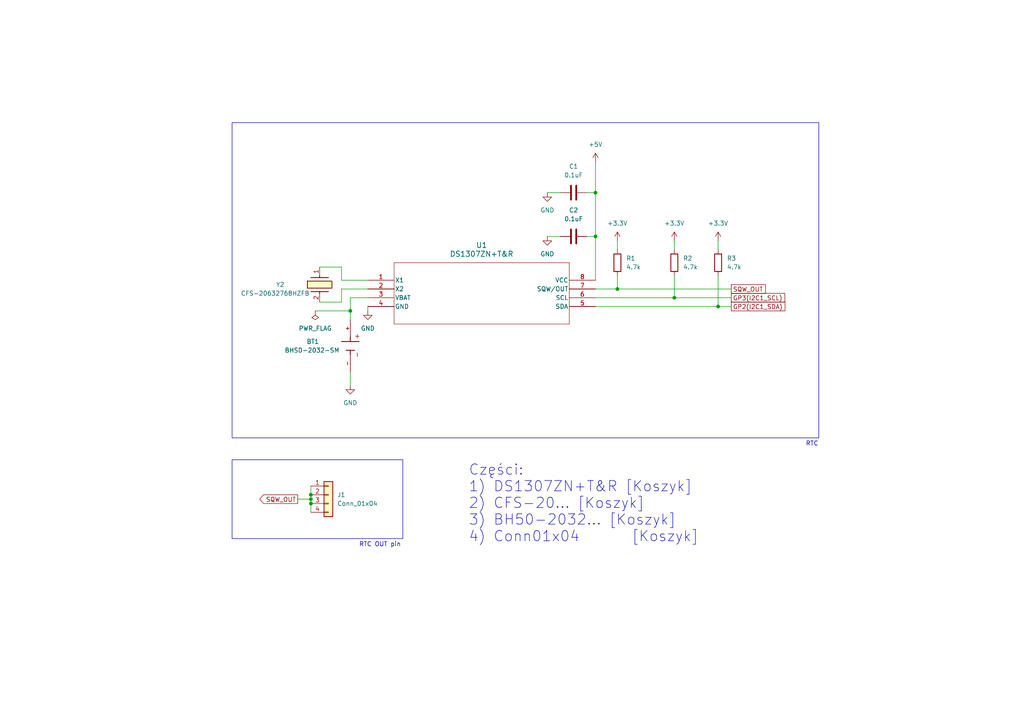
<source format=kicad_sch>
(kicad_sch (version 20230121) (generator eeschema)
  (paper "A4")
  (lib_symbols
    (symbol "BHSD-2032-SM:BHSD-2032-SM" (pin_names (offset 1.016))
      (property "Reference" "BT" (at -6.3614 3.8138 0))
      (property "Value" "BHSD-2032-SM" (at -6.3618 -6.3579 0))
      (symbol "BHSD-2032-SM_0_0"
        (polyline (pts (xy -3.302 2.032) (xy -2.286 2.032)) (stroke (width 0.1524)))
        (polyline (pts (xy -2.794 2.54) (xy -2.794 1.524)) (stroke (width 0.1524)))
        (polyline (pts (xy -2.54 0) (xy -1.27 0)) (stroke (width 0.254)))
        (polyline (pts (xy -1.27 0) (xy -1.27 -2.54)) (stroke (width 0.254)))
        (polyline (pts (xy -1.27 2.54) (xy -1.27 0)) (stroke (width 0.254)))
        (polyline (pts (xy 1.27 0) (xy 1.27 -1.27)) (stroke (width 0.254)))
        (polyline (pts (xy 1.27 0) (xy 2.54 0)) (stroke (width 0.254)))
        (polyline (pts (xy 1.27 1.27) (xy 1.27 0)) (stroke (width 0.254)))
        (polyline (pts (xy 2.032 2.032) (xy 3.048 2.032)) (stroke (width 0.1524)))
        (pin passive line (at -7.62 0 0) (length 5.08) (name "~") (number "+"))
        (pin passive line (at 7.62 0 180) (length 5.08) (name "~") (number "-"))
      )
    )
    (symbol "CFS-20632768HZFB:CFS-20632768HZFB" (pin_names hide)
      (property "Reference" "Y" (at 8.89 6.35 0))
      (property "Value" "CFS-20632768HZFB" (at 8.89 3.81 0))
      (symbol "CFS-20632768HZFB_1_1"
        (polyline (pts (xy 3.048 0) (xy 2.54 0)) (stroke (width 0.254)))
        (polyline (pts (xy 3.048 2.54) (xy 3.048 -2.54)) (stroke (width 0.254)))
        (polyline (pts (xy 7.112 0) (xy 7.62 0)) (stroke (width 0.254)))
        (polyline (pts (xy 7.112 2.54) (xy 7.112 -2.54)) (stroke (width 0.254)))
        (rectangle (start 4.064 3.556) (end 6.096 -3.556) (stroke (width 0.254)) (fill (type background)))
        (pin passive line (at 10.16 0 180) (length 2.54) (name "") (number "1"))
        (pin passive line (at 0 0 0) (length 2.54) (name "CRYSTAL_2") (number "2"))
      )
    )
    (symbol "Connector_Generic:Conn_01x04" (pin_names (offset 1.016) hide)
      (property "Reference" "J" (at 0 5.08 0))
      (property "Value" "Conn_01x04" (at 0 -7.62 0))
      (symbol "Conn_01x04_1_1"
        (rectangle (start -1.27 -4.953) (end 0 -5.207) (stroke (width 0.1524)))
        (rectangle (start -1.27 -2.413) (end 0 -2.667) (stroke (width 0.1524)))
        (rectangle (start -1.27 0.127) (end 0 -0.127) (stroke (width 0.1524)))
        (rectangle (start -1.27 2.667) (end 0 2.413) (stroke (width 0.1524)))
        (rectangle (start -1.27 3.81) (end 1.27 -6.35) (stroke (width 0.254)) (fill (type background)))
        (pin passive line (at -5.08 2.54 0) (length 3.81) (name "Pin_1") (number "1"))
        (pin passive line (at -5.08 0 0) (length 3.81) (name "Pin_2") (number "2"))
        (pin passive line (at -5.08 -2.54 0) (length 3.81) (name "Pin_3") (number "3"))
        (pin passive line (at -5.08 -5.08 0) (length 3.81) (name "Pin_4") (number "4"))
      )
    )
    (symbol "DS1307ZN_T_R:DS1307ZN+T&R" (pin_names (offset 0.254))
      (property "Reference" "U" (at 33.02 10.16 0))
      (property "Value" "DS1307ZN+T&R" (at 33.02 7.62 0))
      (symbol "DS1307ZN+T&R_0_1"
        (polyline (pts (xy 7.62 -12.7) (xy 58.42 -12.7)) (stroke (width 0.127)))
        (polyline (pts (xy 7.62 5.08) (xy 7.62 -12.7)) (stroke (width 0.127)))
        (polyline (pts (xy 58.42 -12.7) (xy 58.42 5.08)) (stroke (width 0.127)))
        (polyline (pts (xy 58.42 5.08) (xy 7.62 5.08)) (stroke (width 0.127)))
        (pin unspecified line (at 0 0 0) (length 7.62) (name "X1") (number "1"))
        (pin unspecified line (at 0 -2.54 0) (length 7.62) (name "X2") (number "2"))
        (pin power_in line (at 0 -5.08 0) (length 7.62) (name "VBAT") (number "3"))
        (pin power_in line (at 0 -7.62 0) (length 7.62) (name "GND") (number "4"))
        (pin unspecified line (at 66.04 -7.62 180) (length 7.62) (name "SDA") (number "5"))
        (pin unspecified line (at 66.04 -5.08 180) (length 7.62) (name "SCL") (number "6"))
        (pin unspecified line (at 66.04 -2.54 180) (length 7.62) (name "SQW/OUT") (number "7"))
        (pin power_in line (at 66.04 0 180) (length 7.62) (name "VCC") (number "8"))
      )
    )
    (symbol "Device:C" (pin_numbers hide) (pin_names (offset 0.254))
      (property "Reference" "C" (at 0.635 2.54 0))
      (property "Value" "C" (at 0.635 -2.54 0))
      (symbol "C_0_1"
        (polyline (pts (xy -2.032 -0.762) (xy 2.032 -0.762)) (stroke (width 0.508)))
        (polyline (pts (xy -2.032 0.762) (xy 2.032 0.762)) (stroke (width 0.508)))
      )
      (symbol "C_1_1"
        (pin passive line (at 0 3.81 270) (length 2.794) (name "~") (number "1"))
        (pin passive line (at 0 -3.81 90) (length 2.794) (name "~") (number "2"))
      )
    )
    (symbol "Device:R" (pin_numbers hide) (pin_names (offset 0))
      (property "Reference" "R" (at 2.032 0 90))
      (property "Value" "R" (at 0 0 90))
      (symbol "R_0_1"
        (rectangle (start -1.016 -2.54) (end 1.016 2.54) (stroke (width 0.254)))
      )
      (symbol "R_1_1"
        (pin passive line (at 0 3.81 270) (length 1.27) (name "~") (number "1"))
        (pin passive line (at 0 -3.81 90) (length 1.27) (name "~") (number "2"))
      )
    )
    (symbol "power:+3.3V" (power) (pin_names (offset 0))
      (property "Value" "+3.3V" (at 0 3.556 0))
      (symbol "+3.3V_0_1"
        (polyline (pts (xy -0.762 1.27) (xy 0 2.54)))
        (polyline (pts (xy 0 0) (xy 0 2.54)))
        (polyline (pts (xy 0 2.54) (xy 0.762 1.27)))
      )
      (symbol "+3.3V_1_1"
        (pin power_in line (at 0 0 90) (length 0) hide (name "+3.3V") (number "1"))
      )
    )
    (symbol "power:+5V" (power) (pin_names (offset 0))
      (property "Value" "+5V" (at 0 3.556 0))
      (symbol "+5V_0_1"
        (polyline (pts (xy -0.762 1.27) (xy 0 2.54)))
        (polyline (pts (xy 0 0) (xy 0 2.54)))
        (polyline (pts (xy 0 2.54) (xy 0.762 1.27)))
      )
      (symbol "+5V_1_1"
        (pin power_in line (at 0 0 90) (length 0) hide (name "+5V") (number "1"))
      )
    )
    (symbol "power:GND" (power) (pin_names (offset 0))
      (property "Value" "GND" (at 0 -3.81 0))
      (symbol "GND_0_1"
        (polyline (pts (xy 0 0) (xy 0 -1.27) (xy 1.27 -1.27) (xy 0 -2.54) (xy -1.27 -1.27) (xy 0 -1.27)))
      )
      (symbol "GND_1_1"
        (pin power_in line (at 0 0 270) (length 0) hide (name "GND") (number "1"))
      )
    )
    (symbol "power:PWR_FLAG" (power) (pin_numbers hide) (pin_names (offset 0) hide)
      (property "Value" "PWR_FLAG" (at 0 3.81 0))
      (symbol "PWR_FLAG_0_0"
        (pin power_out line (at 0 0 90) (length 0) (name "pwr") (number "1"))
      )
      (symbol "PWR_FLAG_0_1"
        (polyline (pts (xy 0 0) (xy 0 1.27) (xy -1.016 1.905) (xy 0 2.54) (xy 1.016 1.905) (xy 0 1.27)))
      )
    )
  )
  (junction (at 90.17 144.78))
  (junction (at 195.58 86.36))
  (junction (at 179.07 83.82))
  (junction (at 172.72 68.58))
  (junction (at 172.72 55.88))
  (junction (at 90.17 143.51))
  (junction (at 101.6 90.17))
  (junction (at 208.28 88.9))
  (junction (at 90.17 146.05))
  (wire (pts (xy 106.68 88.9) (xy 106.68 90.17)))
  (wire (pts (xy 99.06 83.82) (xy 106.68 83.82)))
  (wire (pts (xy 101.6 86.36) (xy 106.68 86.36)))
  (wire (pts (xy 91.44 90.17) (xy 101.6 90.17)))
  (wire (pts (xy 158.75 55.88) (xy 162.56 55.88)))
  (wire (pts (xy 208.28 69.85) (xy 208.28 72.39)))
  (wire (pts (xy 90.17 144.78) (xy 90.17 146.05)))
  (wire (pts (xy 195.58 86.36) (xy 212.09 86.36)))
  (wire (pts (xy 92.71 87.63) (xy 99.06 87.63)))
  (wire (pts (xy 179.07 69.85) (xy 179.07 72.39)))
  (wire (pts (xy 101.6 92.71) (xy 101.6 90.17)))
  (wire (pts (xy 99.06 77.47) (xy 92.71 77.47)))
  (wire (pts (xy 172.72 88.9) (xy 208.28 88.9)))
  (wire (pts (xy 172.72 83.82) (xy 179.07 83.82)))
  (wire (pts (xy 90.17 146.05) (xy 90.17 148.59)))
  (wire (pts (xy 99.06 81.28) (xy 99.06 77.47)))
  (wire (pts (xy 172.72 46.99) (xy 172.72 55.88)))
  (wire (pts (xy 179.07 80.01) (xy 179.07 83.82)))
  (wire (pts (xy 170.18 68.58) (xy 172.72 68.58)))
  (wire (pts (xy 101.6 90.17) (xy 101.6 86.36)))
  (wire (pts (xy 208.28 88.9) (xy 212.09 88.9)))
  (wire (pts (xy 172.72 68.58) (xy 172.72 81.28)))
  (wire (pts (xy 86.36 144.78) (xy 90.17 144.78)))
  (wire (pts (xy 179.07 83.82) (xy 212.09 83.82)))
  (wire (pts (xy 195.58 69.85) (xy 195.58 72.39)))
  (wire (pts (xy 99.06 87.63) (xy 99.06 83.82)))
  (wire (pts (xy 101.6 107.95) (xy 101.6 111.76)))
  (wire (pts (xy 172.72 55.88) (xy 172.72 68.58)))
  (wire (pts (xy 106.68 81.28) (xy 99.06 81.28)))
  (wire (pts (xy 90.17 143.51) (xy 90.17 144.78)))
  (wire (pts (xy 172.72 86.36) (xy 195.58 86.36)))
  (wire (pts (xy 208.28 88.9) (xy 208.28 80.01)))
  (wire (pts (xy 170.18 55.88) (xy 172.72 55.88)))
  (wire (pts (xy 90.17 140.97) (xy 90.17 143.51)))
  (wire (pts (xy 195.58 86.36) (xy 195.58 80.01)))
  (wire (pts (xy 158.75 68.58) (xy 162.56 68.58)))
  (rectangle (start 67.31 133.35) (end 116.84 156.21))
  (rectangle (start 67.31 35.56) (end 237.49 127))
  (text "Części:\n1) DS1307ZN+T&R [Koszyk]\n2) CFS-20... [Koszyk] \n3) BH50-2032... [Koszyk] \n4) Conn01x04	[Koszyk]" (at 135.89 157.48 0) (effects (font (size 3 3)) (justify left bottom)))
  (text "RTC" (at 233.68 129.54 0) (effects (font (size 1.27 1.27)) (justify left bottom)))
  (text "RTC OUT pin" (at 104.14 158.75 0) (effects (font (size 1.27 1.27)) (justify left bottom)))
  (global_label "SQW_OUT" (shape output) (at 86.36 144.78 180) (property "Intersheetrefs" "${INTERSHEET_REFS}" (effects hide)))
  (global_label "GP2(I2C1_SDA)" (shape passive) (at 212.09 88.9 0) (property "Intersheetrefs" "${INTERSHEET_REFS}" (effects hide)))
  (global_label "SQW_OUT" (shape passive) (at 212.09 83.82 0) (property "Intersheetrefs" "${INTERSHEET_REFS}" (effects hide)))
  (global_label "GP3(I2C1_SCL)" (shape passive) (at 212.09 86.36 0) (property "Intersheetrefs" "${INTERSHEET_REFS}" (effects hide)))
  (symbol (lib_id "power:GND") (at 106.68 90.17 0) (unit 1)
    (property "Reference" "#PWR03" (effects hide))
    (property "Value" "GND" (at 106.68 95.25 0))
  )
  (symbol (lib_id "BHSD-2032-SM:BHSD-2032-SM") (at 101.6 100.33 270) (unit 1)
    (property "Reference" "BT1" (at 88.9 99.06 90) (effects (justify left)))
    (property "Value" "BHSD-2032-SM" (at 82.55 101.6 90) (effects (justify left)))
    (property "Footprint" "BHSD_2032_SM:BAT_BHSD-2032-SM" (effects hide))
    (property "PARTREV" "L" (effects hide))
    (property "STANDARD" "Manufacturer Recommendations" (effects hide))
    (property "MAXIMUM_PACKAGE_HEIGHT" "4.75 mm" (effects hide))
    (property "MANUFACTURER" "MPD" (effects hide))
  )
  (symbol (lib_id "power:+3.3V") (at 208.28 69.85 0) (unit 1)
    (property "Reference" "#PWR022" (effects hide))
    (property "Value" "+3.3V" (at 208.28 64.77 0))
    (instances (project "Main-board" (path "" (reference "#PWR022") (unit 1)) (path "" (reference "#PWR047") (unit 1)) (path "" (reference "#PWR07") (unit 1))))
  )
  (symbol (lib_id "power:GND") (at 158.75 55.88 0) (unit 1)
    (property "Reference" "#PWR09" (effects hide))
    (property "Value" "GND" (at 158.75 60.96 0))
  )
  (symbol (lib_id "Device:C") (at 166.37 68.58 270) (unit 1)
    (property "Reference" "C2" (at 166.37 60.96 90))
    (property "Value" "0.1uF" (at 166.37 63.5 90))
    (property "Footprint" "Capacitor_SMD:C_1206_3216Metric" (effects hide))
  )
  (symbol (lib_id "power:+5V") (at 172.72 46.99 0) (unit 1)
    (property "Reference" "#PWR01" (effects hide))
    (property "Value" "+5V" (at 172.72 41.91 0))
  )
  (symbol (lib_id "Device:R") (at 195.58 76.2 0) (unit 1)
    (property "Reference" "R2" (at 198.12 74.93 0) (effects (justify left)))
    (property "Value" "4.7k" (at 198.12 77.47 0) (effects (justify left)))
    (property "Footprint" "Resistor_SMD:R_1206_3216Metric" (effects hide))
  )
  (symbol (lib_id "CFS-20632768HZFB:CFS-20632768HZFB") (at 92.71 87.63 90) (unit 1)
    (property "Reference" "Y2" (at 80.01 82.55 90) (effects (justify right)))
    (property "Value" "CFS-20632768HZFB" (at 69.85 85.09 90) (effects (justify right)))
    (property "Footprint" "CFS-20632768HZFB:CFS20632768HZFB" (effects hide))
    (property "Datasheet" "http://cfd.citizen.co.jp/english/prod-tech/product/pdf/datasheet_TF/CFS-206_CFS-145_E.pdf" (effects hide))
    (property "Height" "6.2" (effects hide))
    (property "Mouser Part Number" "695-CFS-20632768HZFB" (effects hide))
    (property "Mouser Price/Stock" "https://www.mouser.co.uk/ProductDetail/Citizen-FineDevice/CFS-20632768HZFB?qs=rkhjVJ6%2F3EJx8sV85iIJiw%3D%3D" (effects hide))
    (property "Manufacturer_Name" "CITIZEN FINEDEVICE" (effects hide))
    (property "Manufacturer_Part_Number" "CFS-20632768HZFB" (effects hide))
  )
  (symbol (lib_id "Connector_Generic:Conn_01x04") (at 95.25 143.51 0) (unit 1)
    (property "Reference" "J1" (at 97.79 143.51 0) (effects (justify left)))
    (property "Value" "Conn_01x04" (at 97.79 146.05 0) (effects (justify left)))
    (property "Footprint" "Connector_PinHeader_2.54mm:PinHeader_1x04_P2.54mm_Vertical" (effects hide))
  )
  (symbol (lib_id "power:+3.3V") (at 179.07 69.85 0) (unit 1)
    (property "Reference" "#PWR022" (effects hide))
    (property "Value" "+3.3V" (at 179.07 64.77 0))
    (instances (project "Main-board" (path "" (reference "#PWR022") (unit 1)) (path "" (reference "#PWR046") (unit 1)) (path "" (reference "#PWR05") (unit 1))))
  )
  (symbol (lib_id "power:GND") (at 158.75 68.58 0) (unit 1)
    (property "Reference" "#PWR08" (effects hide))
    (property "Value" "GND" (at 158.75 73.66 0))
  )
  (symbol (lib_id "DS1307ZN_T_R:DS1307ZN+T&R") (at 106.68 81.28 0) (unit 1)
    (property "Reference" "U1" (at 139.7 71.12 0) (effects (font (size 1.524 1.524))))
    (property "Value" "DS1307ZN+T&R" (at 139.7 73.66 0) (effects (font (size 1.524 1.524))))
    (property "Footprint" "DS1307ZN_T_R:21-0041B_8_MXM" (effects hide))
    (property "Datasheet" "DS1307ZN+T&R" (effects hide))
  )
  (symbol (lib_id "power:PWR_FLAG") (at 91.44 90.17 180) (unit 1)
    (property "Reference" "#FLG01" (effects hide))
    (property "Value" "PWR_FLAG" (at 91.44 95.25 0))
    (instances (project "Main-board" (path "" (reference "#FLG01") (unit 1)) (path "" (reference "#FLG05") (unit 1)) (path "" (reference "#FLG06") (unit 1))))
  )
  (symbol (lib_id "power:+3.3V") (at 195.58 69.85 0) (unit 1)
    (property "Reference" "#PWR022" (effects hide))
    (property "Value" "+3.3V" (at 195.58 64.77 0))
    (instances (project "Main-board" (path "" (reference "#PWR022") (unit 1)) (path "" (reference "#PWR046") (unit 1)) (path "" (reference "#PWR06") (unit 1))))
  )
  (symbol (lib_id "power:GND") (at 101.6 111.76 0) (unit 1)
    (property "Reference" "#PWR02" (effects hide))
    (property "Value" "GND" (at 101.6 116.84 0))
  )
  (symbol (lib_id "Device:R") (at 208.28 76.2 0) (unit 1)
    (property "Reference" "R3" (at 210.82 74.93 0) (effects (justify left)))
    (property "Value" "4.7k" (at 210.82 77.47 0) (effects (justify left)))
    (property "Footprint" "Resistor_SMD:R_1206_3216Metric" (effects hide))
  )
  (symbol (lib_id "Device:R") (at 179.07 76.2 0) (unit 1)
    (property "Reference" "R1" (at 181.61 74.93 0) (effects (justify left)))
    (property "Value" "4.7k" (at 181.61 77.47 0) (effects (justify left)))
    (property "Footprint" "Resistor_SMD:R_1206_3216Metric" (effects hide))
  )
  (symbol (lib_id "Device:C") (at 166.37 55.88 270) (unit 1)
    (property "Reference" "C1" (at 166.37 48.26 90))
    (property "Value" "0.1uF" (at 166.37 50.8 90))
    (property "Footprint" "Capacitor_SMD:C_1206_3216Metric" (effects hide))
  )
)
</source>
